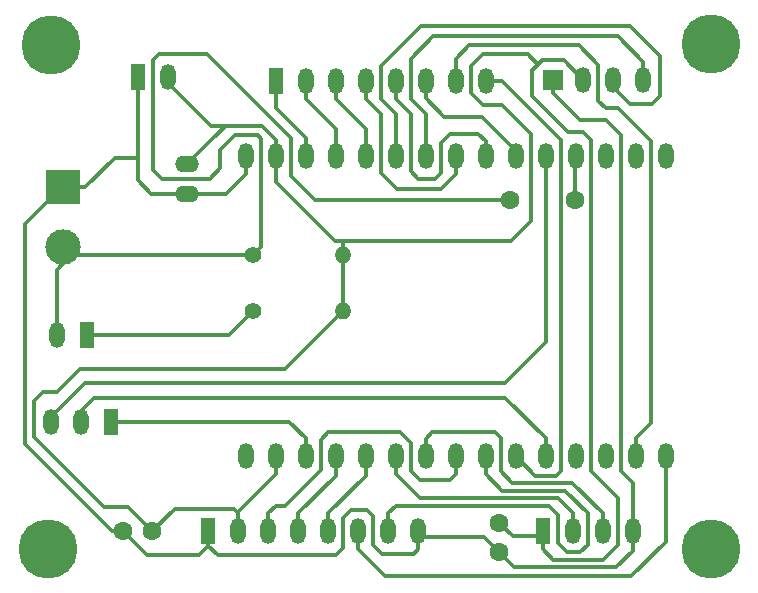
<source format=gbr>
%TF.GenerationSoftware,KiCad,Pcbnew,(5.1.10)-1*%
%TF.CreationDate,2021-09-09T10:08:14-05:00*%
%TF.ProjectId,ControlMotores,436f6e74-726f-46c4-9d6f-746f7265732e,rev?*%
%TF.SameCoordinates,PX6bac358PY737c164*%
%TF.FileFunction,Copper,L2,Bot*%
%TF.FilePolarity,Positive*%
%FSLAX46Y46*%
G04 Gerber Fmt 4.6, Leading zero omitted, Abs format (unit mm)*
G04 Created by KiCad (PCBNEW (5.1.10)-1) date 2021-09-09 10:08:14*
%MOMM*%
%LPD*%
G01*
G04 APERTURE LIST*
%TA.AperFunction,ComponentPad*%
%ADD10C,1.600000*%
%TD*%
%TA.AperFunction,ComponentPad*%
%ADD11O,2.000000X1.400000*%
%TD*%
%TA.AperFunction,ComponentPad*%
%ADD12C,5.000000*%
%TD*%
%TA.AperFunction,ComponentPad*%
%ADD13O,1.300000X2.200000*%
%TD*%
%TA.AperFunction,ComponentPad*%
%ADD14C,3.000000*%
%TD*%
%TA.AperFunction,ComponentPad*%
%ADD15R,3.000000X3.000000*%
%TD*%
%TA.AperFunction,ComponentPad*%
%ADD16O,1.400000X1.400000*%
%TD*%
%TA.AperFunction,ComponentPad*%
%ADD17C,1.400000*%
%TD*%
%TA.AperFunction,ComponentPad*%
%ADD18R,1.300000X2.200000*%
%TD*%
%TA.AperFunction,ComponentPad*%
%ADD19R,1.700000X1.700000*%
%TD*%
%TA.AperFunction,ViaPad*%
%ADD20C,1.600000*%
%TD*%
%TA.AperFunction,Conductor*%
%ADD21C,0.350000*%
%TD*%
G04 APERTURE END LIST*
D10*
%TO.P,C3,2*%
%TO.N,GND*%
X41402000Y5865500D03*
%TO.P,C3,1*%
%TO.N,+5VA*%
X41402000Y3365500D03*
%TD*%
%TO.P,C2,2*%
%TO.N,GND*%
X12025000Y5143500D03*
%TO.P,C2,1*%
%TO.N,+5VA*%
X9525000Y5143500D03*
%TD*%
D11*
%TO.P,C1,2*%
%TO.N,GND*%
X14986000Y36218500D03*
%TO.P,C1,1*%
%TO.N,+5VA*%
X14986000Y33718500D03*
%TD*%
D12*
%TO.P,MH3,1*%
%TO.N,N/C*%
X59309000Y46418500D03*
%TD*%
%TO.P,MH4,1*%
%TO.N,N/C*%
X3429000Y46291500D03*
%TD*%
%TO.P,MH2,1*%
%TO.N,N/C*%
X59309000Y3619500D03*
%TD*%
%TO.P,MH1,1*%
%TO.N,N/C*%
X3175000Y3619500D03*
%TD*%
D13*
%TO.P,U1,15*%
%TO.N,SDA*%
X55499000Y11493500D03*
%TO.P,U1,16*%
%TO.N,Net-(U1-Pad16)*%
X55499000Y36893500D03*
%TO.P,U1,14*%
%TO.N,COL3*%
X52959000Y11493500D03*
%TO.P,U1,17*%
%TO.N,Net-(U1-Pad17)*%
X52959000Y36893500D03*
%TO.P,U1,13*%
%TO.N,Net-(U1-Pad13)*%
X50419000Y11493500D03*
%TO.P,U1,18*%
%TO.N,Net-(U1-Pad18)*%
X50419000Y36893500D03*
%TO.P,U1,12*%
%TO.N,Net-(U1-Pad12)*%
X47879000Y11493500D03*
%TO.P,U1,19*%
%TO.N,SW_Start*%
X47879000Y36893500D03*
%TO.P,U1,11*%
%TO.N,EXT_D21*%
X45339000Y11493500D03*
%TO.P,U1,20*%
%TO.N,EXT_D35*%
X45339000Y36893500D03*
%TO.P,U1,10*%
%TO.N,COL4*%
X42799000Y11493500D03*
%TO.P,U1,21*%
%TO.N,COL2*%
X42799000Y36893500D03*
%TO.P,U1,9*%
%TO.N,SCK*%
X40259000Y11493500D03*
%TO.P,U1,22*%
%TO.N,COL1*%
X40259000Y36893500D03*
%TO.P,U1,8*%
%TO.N,CS*%
X37719000Y11493500D03*
%TO.P,U1,23*%
%TO.N,ROW4*%
X37719000Y36893500D03*
%TO.P,U1,7*%
%TO.N,TX*%
X35179000Y11493500D03*
%TO.P,U1,24*%
%TO.N,STOP*%
X35179000Y36893500D03*
%TO.P,U1,6*%
%TO.N,RX*%
X32639000Y11493500D03*
%TO.P,U1,25*%
%TO.N,START*%
X32639000Y36893500D03*
%TO.P,U1,5*%
%TO.N,A0*%
X30099000Y11493500D03*
%TO.P,U1,26*%
%TO.N,ROW3*%
X30099000Y36893500D03*
%TO.P,U1,4*%
%TO.N,RST*%
X27559000Y11493500D03*
%TO.P,U1,27*%
%TO.N,ROW2*%
X27559000Y36893500D03*
%TO.P,U1,3*%
%TO.N,EXT_D15*%
X25019000Y11493500D03*
%TO.P,U1,28*%
%TO.N,ROW1*%
X25019000Y36893500D03*
%TO.P,U1,2*%
%TO.N,GND*%
X22479000Y11493500D03*
%TO.P,U1,29*%
X22479000Y36893500D03*
%TO.P,U1,1*%
%TO.N,Net-(U1-Pad1)*%
X19939000Y11493500D03*
%TO.P,U1,30*%
%TO.N,+5VA*%
X19939000Y36893500D03*
%TD*%
D14*
%TO.P,SW1,2*%
%TO.N,SW_Start*%
X4445000Y29210000D03*
D15*
%TO.P,SW1,1*%
%TO.N,+5VA*%
X4445000Y34290000D03*
%TD*%
D16*
%TO.P,R2,2*%
%TO.N,GND*%
X28194000Y23812500D03*
D17*
%TO.P,R2,1*%
%TO.N,Net-(D1-Pad1)*%
X20574000Y23812500D03*
%TD*%
D16*
%TO.P,R1,2*%
%TO.N,GND*%
X28194000Y28511500D03*
D17*
%TO.P,R1,1*%
%TO.N,SW_Start*%
X20574000Y28511500D03*
%TD*%
D13*
%TO.P,J6,3*%
%TO.N,EXT_D35*%
X3429000Y14414500D03*
%TO.P,J6,2*%
%TO.N,EXT_D21*%
X5969000Y14414500D03*
D18*
%TO.P,J6,1*%
%TO.N,EXT_D15*%
X8509000Y14414500D03*
%TD*%
D13*
%TO.P,J5,4*%
%TO.N,+5VA*%
X52705000Y5143500D03*
%TO.P,J5,3*%
%TO.N,TX*%
X50165000Y5143500D03*
%TO.P,J5,2*%
%TO.N,RX*%
X47625000Y5143500D03*
D18*
%TO.P,J5,1*%
%TO.N,GND*%
X45085000Y5143500D03*
%TD*%
D13*
%TO.P,J4,8*%
%TO.N,COL4*%
X40259000Y43243500D03*
%TO.P,J4,7*%
%TO.N,COL3*%
X37719000Y43243500D03*
%TO.P,J4,6*%
%TO.N,COL2*%
X35179000Y43243500D03*
%TO.P,J4,5*%
%TO.N,COL1*%
X32639000Y43243500D03*
%TO.P,J4,4*%
%TO.N,ROW4*%
X30099000Y43243500D03*
%TO.P,J4,3*%
%TO.N,ROW3*%
X27559000Y43243500D03*
%TO.P,J4,2*%
%TO.N,ROW2*%
X25019000Y43243500D03*
D18*
%TO.P,J4,1*%
%TO.N,ROW1*%
X22479000Y43243500D03*
%TD*%
D13*
%TO.P,J3,4*%
%TO.N,STOP*%
X53594000Y43370500D03*
%TO.P,J3,3*%
%TO.N,START*%
X51054000Y43370500D03*
%TO.P,J3,2*%
%TO.N,GND*%
X48514000Y43370500D03*
D19*
%TO.P,J3,1*%
%TO.N,+5VA*%
X45974000Y43370500D03*
%TD*%
D13*
%TO.P,J2,8*%
%TO.N,+5VA*%
X34544000Y5143500D03*
%TO.P,J2,7*%
%TO.N,SCK*%
X32004000Y5143500D03*
%TO.P,J2,6*%
%TO.N,SDA*%
X29464000Y5143500D03*
%TO.P,J2,5*%
%TO.N,A0*%
X26924000Y5143500D03*
%TO.P,J2,4*%
%TO.N,RST*%
X24384000Y5143500D03*
%TO.P,J2,3*%
%TO.N,CS*%
X21844000Y5143500D03*
%TO.P,J2,2*%
%TO.N,GND*%
X19304000Y5143500D03*
D18*
%TO.P,J2,1*%
%TO.N,+5VA*%
X16764000Y5143500D03*
%TD*%
D13*
%TO.P,J1,2*%
%TO.N,GND*%
X13335000Y43624500D03*
D18*
%TO.P,J1,1*%
%TO.N,+5VA*%
X10795000Y43624500D03*
%TD*%
D13*
%TO.P,D1,2*%
%TO.N,SW_Start*%
X3937000Y21780500D03*
D18*
%TO.P,D1,1*%
%TO.N,Net-(D1-Pad1)*%
X6477000Y21780500D03*
%TD*%
D20*
%TO.N,SW_Start*%
X47834000Y33210500D03*
X42291000Y33210500D03*
%TD*%
D21*
%TO.N,SW_Start*%
X5143500Y28511500D02*
X4445000Y29210000D01*
X20574000Y28511500D02*
X5143500Y28511500D01*
X3937000Y21780500D02*
X3937000Y27305000D01*
X3937000Y27305000D02*
X5143500Y28511500D01*
X47834000Y36848500D02*
X47879000Y36893500D01*
X47834000Y33210500D02*
X47834000Y36848500D01*
X17780000Y37401500D02*
X17780000Y35877500D01*
X20574000Y28511500D02*
X21273999Y29211499D01*
X20955000Y38671500D02*
X19050000Y38671500D01*
X25781000Y33210500D02*
X42291000Y33210500D01*
X23749000Y35242500D02*
X25781000Y33210500D01*
X12827000Y34988500D02*
X12065000Y35750500D01*
X23749000Y38417500D02*
X23749000Y35242500D01*
X16637000Y45529500D02*
X23749000Y38417500D01*
X12573000Y45529500D02*
X16637000Y45529500D01*
X12065000Y45021500D02*
X12573000Y45529500D01*
X16891000Y34988500D02*
X12827000Y34988500D01*
X17780000Y35877500D02*
X16891000Y34988500D01*
X19050000Y38671500D02*
X17780000Y37401500D01*
X21273999Y38352501D02*
X20955000Y38671500D01*
X21273999Y29211499D02*
X21273999Y38352501D01*
X12065000Y35750500D02*
X12065000Y45021500D01*
%TO.N,Net-(D1-Pad1)*%
X20574000Y23812500D02*
X18542000Y21780500D01*
X18542000Y21780500D02*
X6477000Y21780500D01*
%TO.N,GND*%
X45085000Y4717100D02*
X42550400Y4717100D01*
X42550400Y4717100D02*
X41402000Y5865500D01*
X45085000Y5143500D02*
X45085000Y4717100D01*
X19304000Y6668800D02*
X19304000Y6793200D01*
X19304000Y6793200D02*
X22479000Y9968200D01*
X28194000Y28511500D02*
X28194000Y23812500D01*
X22479000Y11493500D02*
X22479000Y9968200D01*
X19304000Y5143500D02*
X19304000Y6668800D01*
X17100900Y38333400D02*
X14986000Y36218500D01*
X28194000Y29739000D02*
X28194000Y29636800D01*
X28194000Y28511500D02*
X28194000Y29636800D01*
X13930000Y7048500D02*
X12025000Y5143500D01*
X18924300Y7048500D02*
X13930000Y7048500D01*
X19304000Y6668800D02*
X18924300Y7048500D01*
X46863000Y45021500D02*
X48514000Y43370500D01*
X45054200Y45021500D02*
X46863000Y45021500D01*
X44687400Y44654700D02*
X45054200Y45021500D01*
X18201000Y39433500D02*
X17100900Y38333400D01*
X21336000Y39433500D02*
X18201000Y39433500D01*
X22479000Y38290500D02*
X21336000Y39433500D01*
X22479000Y36893500D02*
X22479000Y38290500D01*
X18161000Y39393500D02*
X17100900Y38333400D01*
X18161000Y39433500D02*
X18161000Y39393500D01*
X17018000Y39433500D02*
X18161000Y39433500D01*
X13335000Y43116500D02*
X17018000Y39433500D01*
X13335000Y43624500D02*
X13335000Y43116500D01*
X45972700Y2730500D02*
X45085000Y3618200D01*
X51435000Y4000500D02*
X50165000Y2730500D01*
X50165000Y2730500D02*
X45972700Y2730500D01*
X51435000Y7937500D02*
X51435000Y4000500D01*
X49149000Y10223500D02*
X51435000Y7937500D01*
X48514000Y38925500D02*
X49149000Y38290500D01*
X47244000Y38925500D02*
X48514000Y38925500D01*
X44196000Y41973500D02*
X47244000Y38925500D01*
X45085000Y3618200D02*
X45085000Y4717100D01*
X49149000Y38290500D02*
X49149000Y10223500D01*
X44196000Y44163300D02*
X44196000Y41973500D01*
X44687400Y44654700D02*
X44196000Y44163300D01*
X7961700Y7214800D02*
X9953700Y7214800D01*
X2032000Y16192500D02*
X2032000Y13144500D01*
X2749800Y16910300D02*
X2032000Y16192500D01*
X2032000Y13144500D02*
X7961700Y7214800D01*
X4008100Y16910300D02*
X2749800Y16910300D01*
X9953700Y7214800D02*
X12025000Y5143500D01*
X5957300Y18859500D02*
X4008100Y16910300D01*
X23241000Y18859500D02*
X5957300Y18859500D01*
X28194000Y23812500D02*
X23241000Y18859500D01*
X27474500Y29739000D02*
X28194000Y29739000D01*
X22479000Y34734500D02*
X27474500Y29739000D01*
X22479000Y36893500D02*
X22479000Y34734500D01*
X40005000Y45529500D02*
X43812600Y45529500D01*
X40005000Y41211500D02*
X38989000Y42227500D01*
X41656000Y41211500D02*
X40005000Y41211500D01*
X43812600Y45529500D02*
X44687400Y44654700D01*
X38989000Y42227500D02*
X38989000Y44513500D01*
X44069000Y38798500D02*
X41656000Y41211500D01*
X44069000Y31432500D02*
X44069000Y38798500D01*
X42375500Y29739000D02*
X44069000Y31432500D01*
X38989000Y44513500D02*
X40005000Y45529500D01*
X28194000Y29739000D02*
X42375500Y29739000D01*
%TO.N,+5VA*%
X34544000Y5143500D02*
X34544000Y4017600D01*
X16764000Y5143500D02*
X16764000Y3909100D01*
X10795000Y36789600D02*
X8869900Y36789600D01*
X8869900Y36789600D02*
X6370300Y34290000D01*
X10795000Y36789600D02*
X10795000Y43624500D01*
X4445000Y34290000D02*
X6370300Y34290000D01*
X40132000Y4635500D02*
X41402000Y3365500D01*
X34544000Y4635500D02*
X40132000Y4635500D01*
X34544000Y4017600D02*
X34544000Y4635500D01*
X45974000Y42227500D02*
X45974000Y43370500D01*
X48260000Y39941500D02*
X45974000Y42227500D01*
X51689000Y38671500D02*
X50419000Y39941500D01*
X51689000Y10223500D02*
X51689000Y38671500D01*
X52705000Y9207500D02*
X51689000Y10223500D01*
X50419000Y39941500D02*
X48260000Y39941500D01*
X52705000Y5143500D02*
X52705000Y9207500D01*
X42672000Y2095500D02*
X41402000Y3365500D01*
X51308000Y2095500D02*
X42672000Y2095500D01*
X52705000Y3492500D02*
X51308000Y2095500D01*
X52705000Y5143500D02*
X52705000Y3492500D01*
X18288000Y33718500D02*
X14986000Y33718500D01*
X19939000Y35369500D02*
X18288000Y33718500D01*
X19939000Y36893500D02*
X19939000Y35369500D01*
X10795000Y34861500D02*
X10795000Y36789600D01*
X11938000Y33718500D02*
X10795000Y34861500D01*
X14986000Y33718500D02*
X11938000Y33718500D01*
X4381500Y34290000D02*
X4445000Y34290000D01*
X1270000Y31178500D02*
X4381500Y34290000D01*
X8636000Y5143500D02*
X1270000Y12509500D01*
X1270000Y12509500D02*
X1270000Y31178500D01*
X9525000Y5143500D02*
X8636000Y5143500D01*
X34163000Y3238500D02*
X34544000Y3619500D01*
X31496000Y3238500D02*
X34163000Y3238500D01*
X30734000Y6413500D02*
X30734000Y4000500D01*
X30226000Y6921500D02*
X30734000Y6413500D01*
X28829000Y6921500D02*
X30226000Y6921500D01*
X28194000Y6286500D02*
X28829000Y6921500D01*
X30734000Y4000500D02*
X31496000Y3238500D01*
X28194000Y3746500D02*
X28194000Y6286500D01*
X27559000Y3111500D02*
X28194000Y3746500D01*
X34544000Y3619500D02*
X34544000Y4017600D01*
X17561600Y3111500D02*
X27559000Y3111500D01*
X16764000Y3909100D02*
X17561600Y3111500D01*
X11557000Y3111500D02*
X9525000Y5143500D01*
X15966400Y3111500D02*
X11557000Y3111500D01*
X16764000Y3909100D02*
X15966400Y3111500D01*
%TO.N,SCK*%
X41654700Y8572500D02*
X40259000Y9968200D01*
X46990000Y8572500D02*
X41654700Y8572500D01*
X48895000Y6667500D02*
X46990000Y8572500D01*
X48895000Y4000500D02*
X48895000Y6667500D01*
X48260000Y3365500D02*
X48895000Y4000500D01*
X40259000Y9968200D02*
X40259000Y11493500D01*
X47117000Y3365500D02*
X48260000Y3365500D01*
X46355000Y4127500D02*
X47117000Y3365500D01*
X46355000Y6540500D02*
X46355000Y4127500D01*
X45593000Y7302500D02*
X46355000Y6540500D01*
X32637700Y7302500D02*
X45593000Y7302500D01*
X32004000Y6668800D02*
X32637700Y7302500D01*
X32004000Y5143500D02*
X32004000Y6668800D01*
%TO.N,SDA*%
X29464000Y3618200D02*
X29464000Y5143500D01*
X52578000Y1333500D02*
X31748700Y1333500D01*
X31748700Y1333500D02*
X29464000Y3618200D01*
X55499000Y4254500D02*
X52578000Y1333500D01*
X55499000Y11493500D02*
X55499000Y4254500D01*
%TO.N,A0*%
X26924000Y5143500D02*
X26924000Y6668800D01*
X26924000Y6668800D02*
X30099000Y9843800D01*
X30099000Y9843800D02*
X30099000Y11493500D01*
%TO.N,RST*%
X24384000Y5143500D02*
X24384000Y6668800D01*
X24384000Y6668800D02*
X27559000Y9843800D01*
X27559000Y9843800D02*
X27559000Y11493500D01*
%TO.N,CS*%
X37211000Y9461500D02*
X37719000Y9969500D01*
X37719000Y9969500D02*
X37719000Y11493500D01*
X34671000Y9461500D02*
X37211000Y9461500D01*
X33020000Y13525500D02*
X33909000Y12636500D01*
X26289000Y12890500D02*
X26924000Y13525500D01*
X26289000Y10350500D02*
X26289000Y12890500D01*
X23241000Y7302500D02*
X26289000Y10350500D01*
X33909000Y10223500D02*
X34671000Y9461500D01*
X22479000Y7302500D02*
X23241000Y7302500D01*
X33909000Y12636500D02*
X33909000Y10223500D01*
X21844000Y6667500D02*
X22479000Y7302500D01*
X26924000Y13525500D02*
X33020000Y13525500D01*
X21844000Y5143500D02*
X21844000Y6667500D01*
%TO.N,STOP*%
X53594000Y44895800D02*
X53594000Y43370500D01*
X35814000Y47053500D02*
X51436300Y47053500D01*
X33909000Y41719500D02*
X33909000Y45148500D01*
X51436300Y47053500D02*
X53594000Y44895800D01*
X35179000Y40449500D02*
X33909000Y41719500D01*
X33909000Y45148500D02*
X35814000Y47053500D01*
X35179000Y36893500D02*
X35179000Y40449500D01*
%TO.N,START*%
X32639000Y40449500D02*
X32639000Y36893500D01*
X31369000Y41719500D02*
X32639000Y40449500D01*
X31369000Y44513500D02*
X31369000Y41719500D01*
X34798000Y47942500D02*
X31369000Y44513500D01*
X52451000Y47942500D02*
X34798000Y47942500D01*
X54991000Y41973500D02*
X54991000Y45402500D01*
X54356000Y41338500D02*
X54991000Y41973500D01*
X52451000Y41338500D02*
X54356000Y41338500D01*
X54991000Y45402500D02*
X52451000Y47942500D01*
X51054000Y42735500D02*
X52451000Y41338500D01*
X51054000Y43370500D02*
X51054000Y42735500D01*
%TO.N,COL4*%
X46228000Y9842500D02*
X44450000Y9842500D01*
X46609000Y10223500D02*
X46228000Y9842500D01*
X44450000Y9842500D02*
X42799000Y11493500D01*
X41656000Y43243500D02*
X46609000Y38290500D01*
X46609000Y38290500D02*
X46609000Y10223500D01*
X40259000Y43243500D02*
X41656000Y43243500D01*
%TO.N,COL3*%
X37719000Y45148500D02*
X37719000Y43243500D01*
X38862000Y46291500D02*
X37719000Y45148500D01*
X49784000Y44640500D02*
X48133000Y46291500D01*
X49784000Y41592500D02*
X49784000Y44640500D01*
X50419000Y40957500D02*
X49784000Y41592500D01*
X48133000Y46291500D02*
X38862000Y46291500D01*
X51476000Y40957500D02*
X50419000Y40957500D01*
X54229000Y38204500D02*
X51476000Y40957500D01*
X54229000Y14288800D02*
X54229000Y38204500D01*
X52959000Y13018800D02*
X54229000Y14288800D01*
X52959000Y11493500D02*
X52959000Y13018800D01*
%TO.N,COL2*%
X42799000Y37343500D02*
X42799000Y36893500D01*
X39947000Y40195500D02*
X42799000Y37343500D01*
X36777000Y40195500D02*
X39947000Y40195500D01*
X35179000Y41793500D02*
X36777000Y40195500D01*
X35179000Y43243500D02*
X35179000Y41793500D01*
%TO.N,COL1*%
X39624000Y38798500D02*
X40259000Y38163500D01*
X40259000Y38163500D02*
X40259000Y36893500D01*
X37211000Y38798500D02*
X39624000Y38798500D01*
X36449000Y35496500D02*
X36449000Y38036500D01*
X34544000Y34988500D02*
X35941000Y34988500D01*
X35941000Y34988500D02*
X36449000Y35496500D01*
X33909000Y35623500D02*
X34544000Y34988500D01*
X32639000Y41718200D02*
X33909000Y40448200D01*
X36449000Y38036500D02*
X37211000Y38798500D01*
X33909000Y40448200D02*
X33909000Y35623500D01*
X32639000Y43243500D02*
X32639000Y41718200D01*
%TO.N,ROW4*%
X37719000Y35368200D02*
X37719000Y36893500D01*
X36450300Y34099500D02*
X37719000Y35368200D01*
X31369000Y35496500D02*
X32766000Y34099500D01*
X31369000Y40448200D02*
X31369000Y35496500D01*
X30099000Y41718200D02*
X31369000Y40448200D01*
X32766000Y34099500D02*
X36450300Y34099500D01*
X30099000Y43243500D02*
X30099000Y41718200D01*
%TO.N,ROW3*%
X27559000Y43243500D02*
X27559000Y41718200D01*
X27559000Y41718200D02*
X30099000Y39178200D01*
X30099000Y39178200D02*
X30099000Y36893500D01*
%TO.N,ROW2*%
X25019000Y43243500D02*
X25019000Y41718200D01*
X25019000Y41718200D02*
X27559000Y39178200D01*
X27559000Y39178200D02*
X27559000Y36893500D01*
%TO.N,ROW1*%
X25019000Y36893500D02*
X25019000Y38418800D01*
X22479000Y43243500D02*
X22479000Y40958800D01*
X22479000Y40958800D02*
X25019000Y38418800D01*
%TO.N,TX*%
X35179000Y12943500D02*
X35179000Y11493500D01*
X47591311Y9242489D02*
X42510011Y9242489D01*
X41529000Y10223500D02*
X41529000Y13017500D01*
X35761000Y13525500D02*
X35179000Y12943500D01*
X42510011Y9242489D02*
X41529000Y10223500D01*
X50165000Y6668800D02*
X47591311Y9242489D01*
X50165000Y5143500D02*
X50165000Y6668800D01*
X41529000Y13017500D02*
X41021000Y13525500D01*
X41021000Y13525500D02*
X35761000Y13525500D01*
%TO.N,RX*%
X47625000Y6668800D02*
X47625000Y5143500D01*
X46356300Y7937500D02*
X47625000Y6668800D01*
X32639000Y9968200D02*
X34669700Y7937500D01*
X34669700Y7937500D02*
X46356300Y7937500D01*
X32639000Y11493500D02*
X32639000Y9968200D01*
%TO.N,EXT_D35*%
X45339000Y21145500D02*
X45339000Y36893500D01*
X41910000Y17716500D02*
X45339000Y21145500D01*
X6350000Y17716500D02*
X41910000Y17716500D01*
X3429000Y14795500D02*
X6350000Y17716500D01*
X3429000Y14414500D02*
X3429000Y14795500D01*
%TO.N,EXT_D21*%
X45339000Y13018800D02*
X45339000Y11493500D01*
X41911300Y16446500D02*
X45339000Y13018800D01*
X7112000Y16446500D02*
X41911300Y16446500D01*
X5969000Y15303500D02*
X7112000Y16446500D01*
X5969000Y14414500D02*
X5969000Y15303500D01*
%TO.N,EXT_D15*%
X25019000Y11493500D02*
X25019000Y13018800D01*
X8509000Y14414500D02*
X23623300Y14414500D01*
X23623300Y14414500D02*
X25019000Y13018800D01*
%TD*%
M02*

</source>
